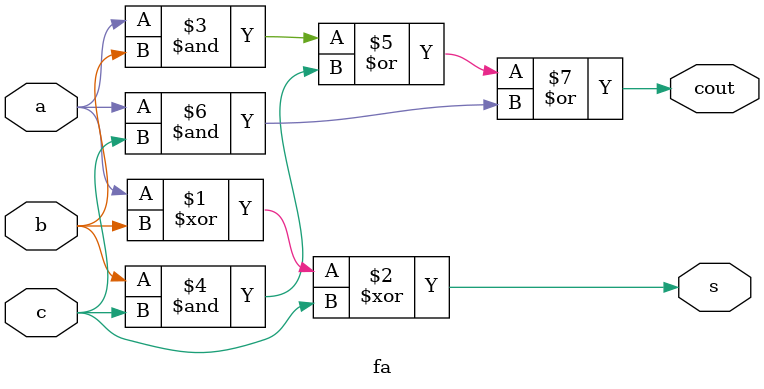
<source format=v>

`timescale 1ns / 1ps
module three_bit_multiplier(a,b,p);
    input [2:0] a,b;
    output [5:0] p;

	wire [15:1]x;
	
	assign p[0] = a[0] & b[0];
	
	assign x[1] = a[1] & b[0];
	assign x[2] = a[2] & b[0];
	
	assign x[3] = a[0] & b[1];
	assign x[4] = a[1] & b[1];
	assign x[5] = a[2] & b[1];
	ha h1(x[3],x[1],p[1],x[6]);
	
	fa f1(x[4],x[2],x[6],x[7],x[8]);
	
	ha h2(x[5],x[8],x[9],x[10]);
	
	assign x[11] = a[0]&b[2];
	assign x[12] = a[1]&b[2];
	assign x[13] = a[2]&b[2];
	
	ha h3(x[7],x[11],p[2],x[14]);
	
	fa f2(x[9],x[12],x[14],p[3],x[15]);
	
	fa f3(x[13],x[10],x[15],p[4],p[5]);

endmodule


module ha(a,b,s,c);
	input a,b;
	output s,c;
	
	assign s=a^b;
	assign c=a&b;
endmodule

module fa(a,b,c,s,cout);
	input a,b,c;
	output s,cout;
	
	assign s = a^b^c;
	assign cout = (a&b) | (b&c) | (a&c);
endmodule

</source>
